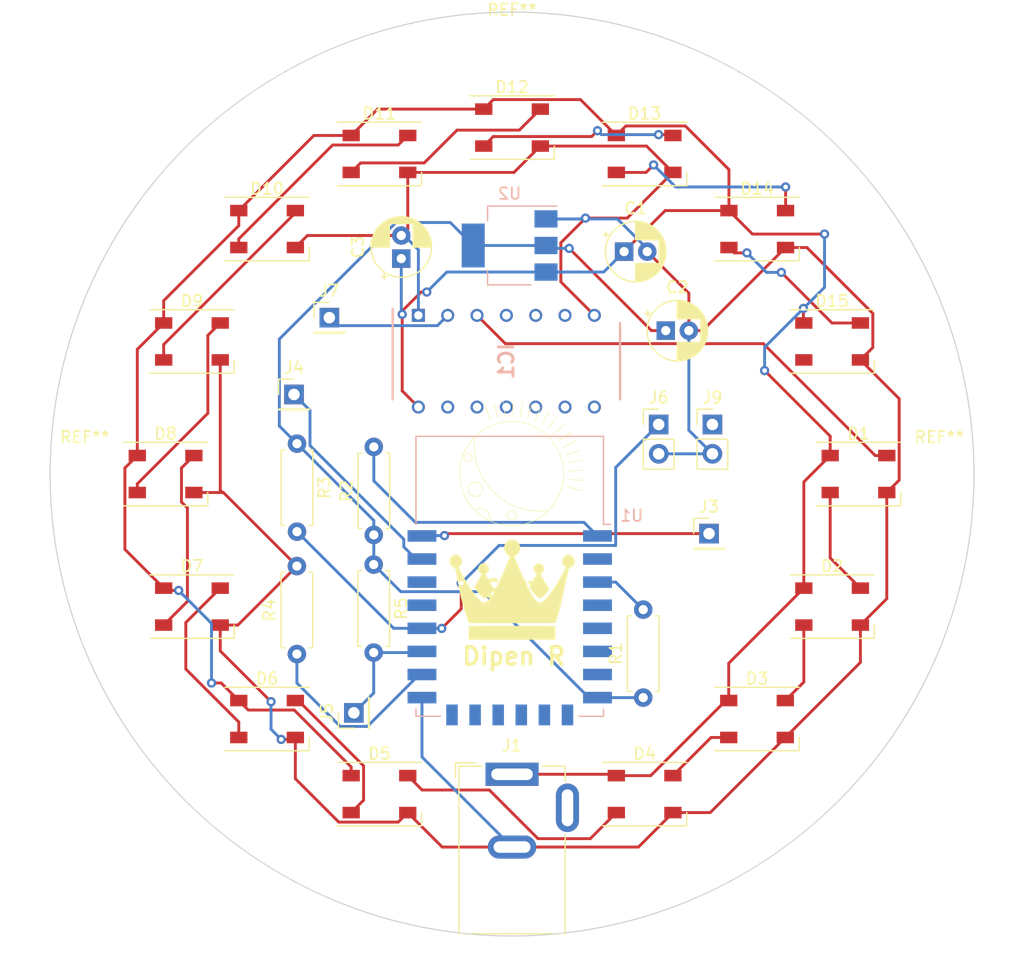
<source format=kicad_pcb>
(kicad_pcb (version 20240108) (generator "pcbnew") (generator_version "8.0")
  (layers (0 "F.Cu" signal) (31 "B.Cu" signal) (34 "B.Paste" user) (35 "F.Paste" user) (36 "B.SilkS" user "B.Silkscreen") (37 "F.SilkS" user "F.Silkscreen") (38 "B.Mask" user) (39 "F.Mask" user) (44 "Edge.Cuts" user))
  (net 0 "")
  (net 1 "VCC")
  (net 2 "GND")
  (net 3 "3.3V")
  (net 4 "DataO{slash}P")
  (net 5 "Net-(D1-Pad4)")
  (net 6 "Net-(D2-Pad4)")
  (net 7 "Net-(D3-Pad4)")
  (net 8 "Net-(D8-Pad4)")
  (net 9 "Net-(D10-Pad4)")
  (net 10 "Net-(D11-Pad4)")
  (net 11 "Net-(D12-Pad4)")
  (net 12 "Net-(D13-Pad4)")
  (net 13 "Net-(D14-Pad4)")
  (net 14 "Net-(J3-Pad1)")
  (net 15 "Net-(J4-Pad1)")
  (net 16 "Net-(J5-Pad1)")
  (net 17 "GPIO0")
  (net 18 "DataI{slash}P")
  (net 20 "Net-(J8-Pad4)")
  (net 21 "Net-(R1-Pad2)")
  (net 22 "Net-(R2-Pad2)")
  (net 23 "Net-(R4-Pad1)")
  (net 46 "Net-(D4-Pad4)")
  (net 47 "Net-(D5-Pad4)")
  (net 48 "Net-(D6-Pad4)")
  (net 49 "Net-(D7-Pad4)")
  (net 50 "Net-(D10-Pad2)")
  (footprint "Capacitor_THT:CP_Radial_D5.0mm_P2.00mm" (layer "F.Cu") (at 102.77 54.2464)
    (property "Reference" "C2" (at 1 -3.75 0) (layer "F.SilkS"))
    (property "Value" "10uF")
    (pad "1" thru_hole rect (at 0 0) (size 1.6 1.6) (drill 0.8) (layers "*.Cu" "*.Mask") (net 3 "3.3V"))
    (pad "2" thru_hole circle (at 2 0) (size 1.6 1.6) (drill 0.8) (layers "*.Cu" "*.Mask") (net 2 "GND"))
  )
  (footprint "Connector_PinHeader_2.54mm:PinHeader_1x01_P2.54mm_Vertical" (layer "F.Cu") (at 75.76 87.3464 90)
    (property "Reference" "J5" (at 0 -2.33 90) (layer "F.SilkS"))
    (property "Value" "IO2")
    (pad "1" thru_hole rect (at 0 0 90) (size 1.7 1.7) (drill 1) (layers "*.Cu" "*.Mask") (net 16 "Net-(J5-Pad1)"))
  )
  (footprint "LED_SMD:LED_SK6812_PLCC4_5.0x5.0mm_P3.2mm" (layer "F.Cu") (at 110.6732 87.8796)
    (property "Reference" "D3" (at 0 -3.5 0) (layer "F.SilkS"))
    (property "Value" "SK6812")
    (pad "1" smd rect (at 2.45 1.6) (size 1.5 1) (layers "F.Cu" "F.Paste" "F.Mask") (net 2 "GND"))
    (pad "2" smd rect (at 2.45 -1.6) (size 1.5 1) (layers "F.Cu" "F.Paste" "F.Mask") (net 6 "Net-(D2-Pad4)"))
    (pad "3" smd rect (at -2.45 -1.6) (size 1.5 1) (layers "F.Cu" "F.Paste" "F.Mask") (net 1 "VCC"))
    (pad "4" smd rect (at -2.45 1.6) (size 1.5 1) (layers "F.Cu" "F.Paste" "F.Mask") (net 7 "Net-(D3-Pad4)"))
  )
  (footprint "LED_SMD:LED_SK6812_PLCC4_5.0x5.0mm_P3.2mm" (layer "F.Cu") (at 100.9405 38.95)
    (property "Reference" "D13" (at 0 -3.5 0) (layer "F.SilkS"))
    (property "Value" "SK6812")
    (pad "1" smd rect (at 2.45 1.6) (size 1.5 1) (layers "F.Cu" "F.Paste" "F.Mask") (net 2 "GND"))
    (pad "2" smd rect (at 2.45 -1.6) (size 1.5 1) (layers "F.Cu" "F.Paste" "F.Mask") (net 11 "Net-(D12-Pad4)"))
    (pad "3" smd rect (at -2.45 -1.6) (size 1.5 1) (layers "F.Cu" "F.Paste" "F.Mask") (net 1 "VCC"))
    (pad "4" smd rect (at -2.45 1.6) (size 1.5 1) (layers "F.Cu" "F.Paste" "F.Mask") (net 12 "Net-(D13-Pad4)"))
  )
  (footprint "LED_SMD:LED_SK6812_PLCC4_5.0x5.0mm_P3.2mm" (layer "F.Cu") (at 68.2468 87.8796)
    (property "Reference" "D6" (at 0 -3.5 0) (layer "F.SilkS"))
    (property "Value" "SK6812")
    (pad "1" smd rect (at 2.45 1.6) (size 1.5 1) (layers "F.Cu" "F.Paste" "F.Mask") (net 2 "GND"))
    (pad "2" smd rect (at 2.45 -1.6) (size 1.5 1) (layers "F.Cu" "F.Paste" "F.Mask") (net 47 "Net-(D5-Pad4)"))
    (pad "3" smd rect (at -2.45 -1.6) (size 1.5 1) (layers "F.Cu" "F.Paste" "F.Mask") (net 1 "VCC"))
    (pad "4" smd rect (at -2.45 1.6) (size 1.5 1) (layers "F.Cu" "F.Paste" "F.Mask") (net 48 "Net-(D6-Pad4)"))
  )
  (footprint "Resistor_THT:R_Axial_DIN0207_L6.3mm_D2.5mm_P7.62mm_Horizontal" (layer "F.Cu") (at 70.84 64.0364 -90)
    (property "Reference" "R3" (at 3.81 -2.37 90) (layer "F.SilkS"))
    (property "Value" "10K")
    (pad "1" thru_hole circle (at 0 0 270) (size 1.6 1.6) (drill 0.8) (layers "*.Cu" "*.Mask") (net 3 "3.3V"))
    (pad "2" thru_hole oval (at 7.62 0 270) (size 1.6 1.6) (drill 0.8) (layers "*.Cu" "*.Mask") (net 17 "GPIO0"))
  )
  (footprint "ModdedCrown:12x9.8_crown" (layer "F.Cu") (at 89.46 76.6664)
    (property "Reference" "G***" (at 0 0 0) (layer "F.SilkS") (effects (font (size 1.524 1.524) (thickness 0.3))))
    (property "Value" "LOGO" (hide yes))
  )
  (footprint "Resistor_THT:R_Axial_DIN0207_L6.3mm_D2.5mm_P7.62mm_Horizontal" (layer "F.Cu") (at 77.48 74.5064 -90)
    (property "Reference" "R5" (at 3.81 -2.37 90) (layer "F.SilkS"))
    (property "Value" "10K")
    (pad "1" thru_hole circle (at 0 0 270) (size 1.6 1.6) (drill 0.8) (layers "*.Cu" "*.Mask") (net 3 "3.3V"))
    (pad "2" thru_hole oval (at 7.62 0 270) (size 1.6 1.6) (drill 0.8) (layers "*.Cu" "*.Mask") (net 16 "Net-(J5-Pad1)"))
  )
  (footprint "Resistor_THT:R_Axial_DIN0207_L6.3mm_D2.5mm_P7.62mm_Horizontal" (layer "F.Cu") (at 77.49 71.9364 90)
    (property "Reference" "R2" (at 3.81 -2.37 90) (layer "F.SilkS"))
    (property "Value" "10K")
    (pad "1" thru_hole circle (at 0 0 90) (size 1.6 1.6) (drill 0.8) (layers "*.Cu" "*.Mask") (net 3 "3.3V"))
    (pad "2" thru_hole oval (at 7.62 0 90) (size 1.6 1.6) (drill 0.8) (layers "*.Cu" "*.Mask") (net 22 "Net-(R2-Pad2)"))
  )
  (footprint "ModdedCrown:SunAndMoon_15x15" (layer "F.Cu") (at 89.46 66.6664)
    (property "Reference" "G***" (hide yes))
    (property "Value" "LOGO" (hide yes))
  )
  (footprint "LED_SMD:LED_SK6812_PLCC4_5.0x5.0mm_P3.2mm" (layer "F.Cu") (at 117.1764 78.1469)
    (property "Reference" "D2" (at 0 -3.5 0) (layer "F.SilkS"))
    (property "Value" "SK6812")
    (pad "1" smd rect (at 2.45 1.6) (size 1.5 1) (layers "F.Cu" "F.Paste" "F.Mask") (net 2 "GND"))
    (pad "2" smd rect (at 2.45 -1.6) (size 1.5 1) (layers "F.Cu" "F.Paste" "F.Mask") (net 5 "Net-(D1-Pad4)"))
    (pad "3" smd rect (at -2.45 -1.6) (size 1.5 1) (layers "F.Cu" "F.Paste" "F.Mask") (net 1 "VCC"))
    (pad "4" smd rect (at -2.45 1.6) (size 1.5 1) (layers "F.Cu" "F.Paste" "F.Mask") (net 6 "Net-(D2-Pad4)"))
  )
  (footprint "MountingHole:MountingHole_2mm" (layer "F.Cu") (at 52.46 66.6664)
    (property "Reference" "REF**" (at 0 -3.2 0) (layer "F.SilkS"))
    (property "Value" "MountingHole_2mm")
    (pad "" np_thru_hole circle (at 0 0) (size 2 2) (drill 2) (layers "*.Cu" "*.Mask"))
  )
  (footprint "MountingHole:MountingHole_2mm" (layer "F.Cu") (at 89.46 29.6664)
    (property "Reference" "REF**" (at 0 -3.2 0) (layer "F.SilkS"))
    (property "Value" "MountingHole_2mm")
    (pad "" np_thru_hole circle (at 0 0) (size 2 2) (drill 2) (layers "*.Cu" "*.Mask"))
  )
  (footprint "LED_SMD:LED_SK6812_PLCC4_5.0x5.0mm_P3.2mm" (layer "F.Cu") (at 68.2468 45.4532)
    (property "Reference" "D10" (at 0 -3.5 0) (layer "F.SilkS"))
    (property "Value" "SK6812")
    (pad "1" smd rect (at 2.45 1.6) (size 1.5 1) (layers "F.Cu" "F.Paste" "F.Mask") (net 2 "GND"))
    (pad "2" smd rect (at 2.45 -1.6) (size 1.5 1) (layers "F.Cu" "F.Paste" "F.Mask") (net 50 "Net-(D10-Pad2)"))
    (pad "3" smd rect (at -2.45 -1.6) (size 1.5 1) (layers "F.Cu" "F.Paste" "F.Mask") (net 1 "VCC"))
    (pad "4" smd rect (at -2.45 1.6) (size 1.5 1) (layers "F.Cu" "F.Paste" "F.Mask") (net 9 "Net-(D10-Pad4)"))
  )
  (footprint "Resistor_THT:R_Axial_DIN0207_L6.3mm_D2.5mm_P7.62mm_Horizontal" (layer "F.Cu") (at 70.83 82.2564 90)
    (property "Reference" "R4" (at 3.81 -2.37 90) (layer "F.SilkS"))
    (property "Value" "10K")
    (pad "1" thru_hole circle (at 0 0 90) (size 1.6 1.6) (drill 0.8) (layers "*.Cu" "*.Mask") (net 23 "Net-(R4-Pad1)"))
    (pad "2" thru_hole oval (at 7.62 0 90) (size 1.6 1.6) (drill 0.8) (layers "*.Cu" "*.Mask") (net 2 "GND"))
  )
  (footprint "LED_SMD:LED_SK6812_PLCC4_5.0x5.0mm_P3.2mm" (layer "F.Cu") (at 110.692 45.4532)
    (property "Reference" "D14" (at 0 -3.5 0) (layer "F.SilkS"))
    (property "Value" "SK6812")
    (pad "1" smd rect (at 2.45 1.6) (size 1.5 1) (layers "F.Cu" "F.Paste" "F.Mask") (net 2 "GND"))
    (pad "2" smd rect (at 2.45 -1.6) (size 1.5 1) (layers "F.Cu" "F.Paste" "F.Mask") (net 12 "Net-(D13-Pad4)"))
    (pad "3" smd rect (at -2.45 -1.6) (size 1.5 1) (layers "F.Cu" "F.Paste" "F.Mask") (net 1 "VCC"))
    (pad "4" smd rect (at -2.45 1.6) (size 1.5 1) (layers "F.Cu" "F.Paste" "F.Mask") (net 13 "Net-(D14-Pad4)"))
  )
  (footprint "MountingHole:MountingHole_2mm" (layer "F.Cu") (at 126.46 66.6664)
    (property "Reference" "REF**" (at 0 -3.2 0) (layer "F.SilkS"))
    (property "Value" "MountingHole_2mm")
    (pad "" np_thru_hole circle (at 0 0) (size 2 2) (drill 2) (layers "*.Cu" "*.Mask"))
  )
  (footprint "LED_SMD:LED_SK6812_PLCC4_5.0x5.0mm_P3.2mm" (layer "F.Cu") (at 119.46 66.6664)
    (property "Reference" "D1" (at 0 -3.5 0) (layer "F.SilkS"))
    (property "Value" "SK6812")
    (pad "1" smd rect (at 2.45 1.6) (size 1.5 1) (layers "F.Cu" "F.Paste" "F.Mask") (net 2 "GND"))
    (pad "2" smd rect (at 2.45 -1.6) (size 1.5 1) (layers "F.Cu" "F.Paste" "F.Mask") (net 4 "DataO{slash}P"))
    (pad "3" smd rect (at -2.45 -1.6) (size 1.5 1) (layers "F.Cu" "F.Paste" "F.Mask") (net 1 "VCC"))
    (pad "4" smd rect (at -2.45 1.6) (size 1.5 1) (layers "F.Cu" "F.Paste" "F.Mask") (net 5 "Net-(D1-Pad4)"))
  )
  (footprint "Connector_PinHeader_2.54mm:PinHeader_1x02_P2.54mm_Vertical" (layer "F.Cu") (at 106.81 62.3764)
    (property "Reference" "J9" (at 0 -2.33 0) (layer "F.SilkS"))
    (property "Value" "Conn_01x02_Male")
    (pad "1" thru_hole rect (at 0 0) (size 1.7 1.7) (drill 1) (layers "*.Cu" "*.Mask") (net 20 "Net-(J8-Pad4)"))
    (pad "2" thru_hole oval (at 0 2.54) (size 1.7 1.7) (drill 1) (layers "*.Cu" "*.Mask") (net 2 "GND"))
  )
  (footprint "Capacitor_THT:CP_Radial_D5.0mm_P2.00mm" (layer "F.Cu") (at 99.164888 47.4064)
    (property "Reference" "C1" (at 1 -3.75 0) (layer "F.SilkS"))
    (property "Value" "10uF")
    (pad "1" thru_hole rect (at 0 0) (size 1.6 1.6) (drill 0.8) (layers "*.Cu" "*.Mask") (net 1 "VCC"))
    (pad "2" thru_hole circle (at 2 0) (size 1.6 1.6) (drill 0.8) (layers "*.Cu" "*.Mask") (net 2 "GND"))
  )
  (footprint "LED_SMD:LED_SK6812_PLCC4_5.0x5.0mm_P3.2mm" (layer "F.Cu") (at 59.46 66.6664)
    (property "Reference" "D8" (at 0 -3.5 0) (layer "F.SilkS"))
    (property "Value" "SK6812")
    (pad "1" smd rect (at 2.45 1.6) (size 1.5 1) (layers "F.Cu" "F.Paste" "F.Mask") (net 2 "GND"))
    (pad "2" smd rect (at 2.45 -1.6) (size 1.5 1) (layers "F.Cu" "F.Paste" "F.Mask") (net 49 "Net-(D7-Pad4)"))
    (pad "3" smd rect (at -2.45 -1.6) (size 1.5 1) (layers "F.Cu" "F.Paste" "F.Mask") (net 1 "VCC"))
    (pad "4" smd rect (at -2.45 1.6) (size 1.5 1) (layers "F.Cu" "F.Paste" "F.Mask") (net 8 "Net-(D8-Pad4)"))
  )
  (footprint "LED_SMD:LED_SK6812_PLCC4_5.0x5.0mm_P3.2mm" (layer "F.Cu") (at 61.7436 55.1859)
    (property "Reference" "D9" (at 0 -3.5 0) (layer "F.SilkS"))
    (property "Value" "SK6812")
    (pad "1" smd rect (at 2.45 1.6) (size 1.5 1) (layers "F.Cu" "F.Paste" "F.Mask") (net 2 "GND"))
    (pad "2" smd rect (at 2.45 -1.6) (size 1.5 1) (layers "F.Cu" "F.Paste" "F.Mask") (net 8 "Net-(D8-Pad4)"))
    (pad "3" smd rect (at -2.45 -1.6) (size 1.5 1) (layers "F.Cu" "F.Paste" "F.Mask") (net 1 "VCC"))
    (pad "4" smd rect (at -2.45 1.6) (size 1.5 1) (layers "F.Cu" "F.Paste" "F.Mask") (net 50 "Net-(D10-Pad2)"))
  )
  (footprint "LED_SMD:LED_SK6812_PLCC4_5.0x5.0mm_P3.2mm" (layer "F.Cu") (at 77.9795 94.3828)
    (property "Reference" "D5" (at 0 -3.5 0) (layer "F.SilkS"))
    (property "Value" "SK6812")
    (pad "1" smd rect (at 2.45 1.6) (size 1.5 1) (layers "F.Cu" "F.Paste" "F.Mask") (net 2 "GND"))
    (pad "2" smd rect (at 2.45 -1.6) (size 1.5 1) (layers "F.Cu" "F.Paste" "F.Mask") (net 46 "Net-(D4-Pad4)"))
    (pad "3" smd rect (at -2.45 -1.6) (size 1.5 1) (layers "F.Cu" "F.Paste" "F.Mask") (net 1 "VCC"))
    (pad "4" smd rect (at -2.45 1.6) (size 1.5 1) (layers "F.Cu" "F.Paste" "F.Mask") (net 47 "Net-(D5-Pad4)"))
  )
  (footprint "Connector_PinHeader_2.54mm:PinHeader_1x01_P2.54mm_Vertical" (layer "F.Cu") (at 73.64 53.1264)
    (property "Reference" "J7" (at 0 -2.33 0) (layer "F.SilkS"))
    (property "Value" "DataI/P")
    (pad "1" thru_hole rect (at 0 0) (size 1.7 1.7) (drill 1) (layers "*.Cu" "*.Mask") (net 18 "DataI{slash}P"))
  )
  (footprint "Connector_PinHeader_2.54mm:PinHeader_1x01_P2.54mm_Vertical" (layer "F.Cu") (at 106.52 71.8264)
    (property "Reference" "J3" (at 0 -2.33 0) (layer "F.SilkS"))
    (property "Value" "IO1")
    (pad "1" thru_hole rect (at 0 0) (size 1.7 1.7) (drill 1) (layers "*.Cu" "*.Mask") (net 14 "Net-(J3-Pad1)"))
  )
  (footprint "Connector_PinHeader_2.54mm:PinHeader_1x02_P2.54mm_Vertical" (layer "F.Cu") (at 102.16 62.3764)
    (property "Reference" "J6" (at 0 -2.33 0) (layer "F.SilkS"))
    (property "Value" "Conn_01x02_Male")
    (pad "1" thru_hole rect (at 0 0) (size 1.7 1.7) (drill 1) (layers "*.Cu" "*.Mask") (net 17 "GPIO0"))
    (pad "2" thru_hole oval (at 0 2.54) (size 1.7 1.7) (drill 1) (layers "*.Cu" "*.Mask") (net 2 "GND"))
  )
  (footprint "Connector_PinHeader_2.54mm:PinHeader_1x01_P2.54mm_Vertical" (layer "F.Cu") (at 70.58 59.7764)
    (property "Reference" "J4" (at 0 -2.33 0) (layer "F.SilkS"))
    (property "Value" "IO3")
    (pad "1" thru_hole rect (at 0 0) (size 1.7 1.7) (drill 1) (layers "*.Cu" "*.Mask") (net 15 "Net-(J4-Pad1)"))
  )
  (footprint "LED_SMD:LED_SK6812_PLCC4_5.0x5.0mm_P3.2mm" (layer "F.Cu") (at 61.7436 78.1469)
    (property "Reference" "D7" (at 0 -3.5 0) (layer "F.SilkS"))
    (property "Value" "SK6812")
    (pad "1" smd rect (at 2.45 1.6) (size 1.5 1) (layers "F.Cu" "F.Paste" "F.Mask") (net 2 "GND"))
    (pad "2" smd rect (at 2.45 -1.6) (size 1.5 1) (layers "F.Cu" "F.Paste" "F.Mask") (net 48 "Net-(D6-Pad4)"))
    (pad "3" smd rect (at -2.45 -1.6) (size 1.5 1) (layers "F.Cu" "F.Paste" "F.Mask") (net 1 "VCC"))
    (pad "4" smd rect (at -2.45 1.6) (size 1.5 1) (layers "F.Cu" "F.Paste" "F.Mask") (net 49 "Net-(D7-Pad4)"))
  )
  (footprint "LED_SMD:LED_SK6812_PLCC4_5.0x5.0mm_P3.2mm" (layer "F.Cu") (at 77.9795 38.95)
    (property "Reference" "D11" (at 0 -3.5 0) (layer "F.SilkS"))
    (property "Value" "SK6812")
    (pad "1" smd rect (at 2.45 1.6) (size 1.5 1) (layers "F.Cu" "F.Paste" "F.Mask") (net 2 "GND"))
    (pad "2" smd rect (at 2.45 -1.6) (size 1.5 1) (layers "F.Cu" "F.Paste" "F.Mask") (net 9 "Net-(D10-Pad4)"))
    (pad "3" smd rect (at -2.45 -1.6) (size 1.5 1) (layers "F.Cu" "F.Paste" "F.Mask") (net 1 "VCC"))
    (pad "4" smd rect (at -2.45 1.6) (size 1.5 1) (layers "F.Cu" "F.Paste" "F.Mask") (net 10 "Net-(D11-Pad4)"))
  )
  (footprint "LED_SMD:LED_SK6812_PLCC4_5.0x5.0mm_P3.2mm" (layer "F.Cu") (at 117.1764 55.1859)
    (property "Reference" "D15" (at 0 -3.5 0) (layer "F.SilkS"))
    (property "Value" "SK6812")
    (pad "1" smd rect (at 2.45 1.6) (size 1.5 1) (layers "F.Cu" "F.Paste" "F.Mask") (net 2 "GND"))
    (pad "2" smd rect (at 2.45 -1.6) (size 1.5 1) (layers "F.Cu" "F.Paste" "F.Mask") (net 13 "Net-(D14-Pad4)"))
    (pad "3" smd rect (at -2.45 -1.6) (size 1.5 1) (layers "F.Cu" "F.Paste" "F.Mask") (net 1 "VCC"))
    (pad "4" smd rect (at -2.45 1.6) (size 1.5 1) (layers "F.Cu" "F.Paste" "F.Mask"))
  )
  (footprint "LED_SMD:LED_SK6812_PLCC4_5.0x5.0mm_P3.2mm" (layer "F.Cu") (at 89.46 36.6664)
    (property "Reference" "D12" (at 0 -3.5 0) (layer "F.SilkS"))
    (property "Value" "SK6812")
    (pad "1" smd rect (at 2.45 1.6) (size 1.5 1) (layers "F.Cu" "F.Paste" "F.Mask") (net 2 "GND"))
    (pad "2" smd rect (at 2.45 -1.6) (size 1.5 1) (layers "F.Cu" "F.Paste" "F.Mask") (net 10 "Net-(D11-Pad4)"))
    (pad "3" smd rect (at -2.45 -1.6) (size 1.5 1) (layers "F.Cu" "F.Paste" "F.Mask") (net 1 "VCC"))
    (pad "4" smd rect (at -2.45 1.6) (size 1.5 1) (layers "F.Cu" "F.Paste" "F.Mask") (net 11 "Net-(D12-Pad4)"))
  )
  (footprint "Capacitor_THT:CP_Radial_D5.0mm_P2.00mm" (layer "F.Cu") (at 79.87 48.011512 90)
    (property "Reference" "C3" (at 1 -3.75 90) (layer "F.SilkS"))
    (property "Value" "10 uF")
    (pad "1" thru_hole rect (at 0 0 90) (size 1.6 1.6) (drill 0.8) (layers "*.Cu" "*.Mask") (net 1 "VCC"))
    (pad "2" thru_hole circle (at 2 0 90) (size 1.6 1.6) (drill 0.8) (layers "*.Cu" "*.Mask") (net 2 "GND"))
  )
  (footprint "Resistor_THT:R_Axial_DIN0207_L6.3mm_D2.5mm_P7.62mm_Horizontal" (layer "F.Cu") (at 100.82 86.0264 90)
    (property "Reference" "R1" (at 3.81 -2.37 90) (layer "F.SilkS"))
    (property "Value" "10K")
    (pad "1" thru_hole circle (at 0 0 90) (size 1.6 1.6) (drill 0.8) (layers "*.Cu" "*.Mask") (net 3 "3.3V"))
    (pad "2" thru_hole oval (at 7.62 0 90) (size 1.6 1.6) (drill 0.8) (layers "*.Cu" "*.Mask") (net 21 "Net-(R1-Pad2)"))
  )
  (footprint "Connector_BarrelJack:BarrelJack_GCT_DCJ200-10-A_Horizontal" (layer "F.Cu") (at 89.46 92.6664)
    (property "Reference" "J1" (at 0 -2.5 0) (layer "F.SilkS"))
    (property "Value" "Barrel_Jack")
    (pad "1" thru_hole rect (at 0 0) (size 4.6 2) (drill oval 3.6 1) (layers "*.Cu" "*.Mask") (net 1 "VCC"))
    (pad "2" thru_hole oval (at 0 6.3) (size 4.2 2) (drill oval 3.2 1) (layers "*.Cu" "*.Mask") (net 2 "GND"))
    (pad "3" thru_hole oval (at 4.8 2.9) (size 2 4.2) (drill oval 1 3.2) (layers "*.Cu" "*.Mask"))
  )
  (footprint "LED_SMD:LED_SK6812_PLCC4_5.0x5.0mm_P3.2mm" (layer "F.Cu") (at 100.9405 94.3828)
    (property "Reference" "D4" (at 0 -3.5 0) (layer "F.SilkS"))
    (property "Value" "SK6812")
    (pad "1" smd rect (at 2.45 1.6) (size 1.5 1) (layers "F.Cu" "F.Paste" "F.Mask") (net 2 "GND"))
    (pad "2" smd rect (at 2.45 -1.6) (size 1.5 1) (layers "F.Cu" "F.Paste" "F.Mask") (net 7 "Net-(D3-Pad4)"))
    (pad "3" smd rect (at -2.45 -1.6) (size 1.5 1) (layers "F.Cu" "F.Paste" "F.Mask") (net 1 "VCC"))
    (pad "4" smd rect (at -2.45 1.6) (size 1.5 1) (layers "F.Cu" "F.Paste" "F.Mask") (net 46 "Net-(D4-Pad4)"))
  )
  (footprint "RF_Module:ESP-12E" (layer "B.Cu") (at 89.26 75.5264 180)
    (property "Reference" "U1" (at -10.56 5.26 0) (layer "B.SilkS") (effects (justify mirror)))
    (property "Value" "ESP-12E")
    (pad "1" smd rect (at -7.6 3.5 180) (size 2.5 1) (layers "B.Cu" "B.Paste" "B.Mask") (net 22 "Net-(R2-Pad2)"))
    (pad "2" smd rect (at -7.6 1.5 180) (size 2.5 1) (layers "B.Cu" "B.Paste" "B.Mask"))
    (pad "3" smd rect (at -7.6 -0.5 180) (size 2.5 1) (layers "B.Cu" "B.Paste" "B.Mask") (net 21 "Net-(R1-Pad2)"))
    (pad "4" smd rect (at -7.6 -2.5 180) (size 2.5 1) (layers "B.Cu" "B.Paste" "B.Mask"))
    (pad "5" smd rect (at -7.6 -4.5 180) (size 2.5 1) (layers "B.Cu" "B.Paste" "B.Mask"))
    (pad "6" smd rect (at -7.6 -6.5 180) (size 2.5 1) (layers "B.Cu" "B.Paste" "B.Mask"))
    (pad "7" smd rect (at -7.6 -8.5 180) (size 2.5 1) (layers "B.Cu" "B.Paste" "B.Mask"))
    (pad "8" smd rect (at -7.6 -10.5 180) (size 2.5 1) (layers "B.Cu" "B.Paste" "B.Mask") (net 3 "3.3V"))
    (pad "9" smd rect (at -5 -12 180) (size 1 1.8) (layers "B.Cu" "B.Paste" "B.Mask"))
    (pad "10" smd rect (at -3 -12 180) (size 1 1.8) (layers "B.Cu" "B.Paste" "B.Mask"))
    (pad "11" smd rect (at -1 -12 180) (size 1 1.8) (layers "B.Cu" "B.Paste" "B.Mask"))
    (pad "12" smd rect (at 1 -12 180) (size 1 1.8) (layers "B.Cu" "B.Paste" "B.Mask"))
    (pad "13" smd rect (at 3 -12 180) (size 1 1.8) (layers "B.Cu" "B.Paste" "B.Mask"))
    (pad "14" smd rect (at 5 -12 180) (size 1 1.8) (layers "B.Cu" "B.Paste" "B.Mask"))
    (pad "15" smd rect (at 7.6 -10.5 180) (size 2.5 1) (layers "B.Cu" "B.Paste" "B.Mask") (net 2 "GND"))
    (pad "16" smd rect (at 7.6 -8.5 180) (size 2.5 1) (layers "B.Cu" "B.Paste" "B.Mask") (net 23 "Net-(R4-Pad1)"))
    (pad "17" smd rect (at 7.6 -6.5 180) (size 2.5 1) (layers "B.Cu" "B.Paste" "B.Mask") (net 16 "Net-(J5-Pad1)"))
    (pad "18" smd rect (at 7.6 -4.5 180) (size 2.5 1) (layers "B.Cu" "B.Paste" "B.Mask") (net 17 "GPIO0"))
    (pad "19" smd rect (at 7.6 -2.5 180) (size 2.5 1) (layers "B.Cu" "B.Paste" "B.Mask"))
    (pad "20" smd rect (at 7.6 -0.5 180) (size 2.5 1) (layers "B.Cu" "B.Paste" "B.Mask"))
    (pad "21" smd rect (at 7.6 1.5 180) (size 2.5 1) (layers "B.Cu" "B.Paste" "B.Mask") (net 15 "Net-(J4-Pad1)"))
    (pad "22" smd rect (at 7.6 3.5 180) (size 2.5 1) (layers "B.Cu" "B.Paste" "B.Mask") (net 14 "Net-(J3-Pad1)"))
  )
  (footprint "74HC125:DIP794W53P254L1930H508Q14N" (layer "B.Cu") (at 88.97 56.8964 -90)
    (property "Reference" "IC1" (at 0 0 90) (layer "B.SilkS") (effects (font (size 1.27 1.27) (thickness 0.254)) (justify mirror)))
    (property "Value" "SN74AHCT125N" (hide yes))
    (pad "1" thru_hole rect (at -3.97 7.62 270) (size 1.13 1.13) (drill 0.73) (layers "*.Cu" "*.Mask") (net 2 "GND"))
    (pad "2" thru_hole circle (at -3.97 5.08 270) (size 1.13 1.13) (drill 0.73) (layers "*.Cu" "*.Mask") (net 18 "DataI{slash}P"))
    (pad "3" thru_hole circle (at -3.97 2.54 270) (size 1.13 1.13) (drill 0.73) (layers "*.Cu" "*.Mask") (net 4 "DataO{slash}P"))
    (pad "4" thru_hole circle (at -3.97 0 270) (size 1.13 1.13) (drill 0.73) (layers "*.Cu" "*.Mask"))
    (pad "5" thru_hole circle (at -3.97 -2.54 270) (size 1.13 1.13) (drill 0.73) (layers "*.Cu" "*.Mask"))
    (pad "6" thru_hole circle (at -3.97 -5.08 270) (size 1.13 1.13) (drill 0.73) (layers "*.Cu" "*.Mask"))
    (pad "7" thru_hole circle (at -3.97 -7.62 270) (size 1.13 1.13) (drill 0.73) (layers "*.Cu" "*.Mask") (net 2 "GND"))
    (pad "8" thru_hole circle (at 3.97 -7.62 270) (size 1.13 1.13) (drill 0.73) (layers "*.Cu" "*.Mask"))
    (pad "9" thru_hole circle (at 3.97 -5.08 270) (size 1.13 1.13) (drill 0.73) (layers "*.Cu" "*.Mask"))
    (pad "10" thru_hole circle (at 3.97 -2.54 270) (size 1.13 1.13) (drill 0.73) (layers "*.Cu" "*.Mask"))
    (pad "11" thru_hole circle (at 3.97 0 270) (size 1.13 1.13) (drill 0.73) (layers "*.Cu" "*.Mask"))
    (pad "12" thru_hole circle (at 3.97 2.54 270) (size 1.13 1.13) (drill 0.73) (layers "*.Cu" "*.Mask"))
    (pad "13" thru_hole circle (at 3.97 5.08 270) (size 1.13 1.13) (drill 0.73) (layers "*.Cu" "*.Mask"))
    (pad "14" thru_hole circle (at 3.97 7.62 270) (size 1.13 1.13) (drill 0.73) (layers "*.Cu" "*.Mask") (net 1 "VCC"))
  )
  (footprint "Package_TO_SOT_SMD:SOT-223-3_TabPin2" (layer "B.Cu") (at 89.25 46.8764 180)
    (property "Reference" "U2" (at 0 4.5 0) (layer "B.SilkS") (effects (justify mirror)))
    (property "Value" "AMS1117-3.3")
    (pad "1" smd rect (at -3.15 2.3 180) (size 2 1.5) (layers "B.Cu" "B.Paste" "B.Mask") (net 2 "GND"))
    (pad "2" smd rect (at -3.15 0 180) (size 2 1.5) (layers "B.Cu" "B.Paste" "B.Mask") (net 3 "3.3V"))
    (pad "2" smd rect (at 3.15 0 180) (size 2 3.8) (layers "B.Cu" "B.Paste" "B.Mask") (net 3 "3.3V"))
    (pad "3" smd rect (at -3.15 -2.3 180) (size 2 1.5) (layers "B.Cu" "B.Paste" "B.Mask") (net 1 "VCC"))
  )
  (gr_circle (center 89.46 66.6664) (end 129.46 66.6664) (stroke (width 0.1)) (fill none) (layer "Edge.Cuts"))
  (gr_text "Dipen R" (at 89.62 82.4464 0) (layer "F.SilkS") (effects (font (size 1.5 1.5) (thickness 0.3))))
  (segment (start 60.59 76.7464) (end 59.4931 76.7464) (width 0.25) (layer "F.Cu") (net 1))
  (segment (start 104.465011 36.525489) (end 99.315011 36.525489) (width 0.25) (layer "F.Cu") (net 1))
  (segment (start 110.2752 45.8864) (end 116.52 45.8864) (width 0.25) (layer "F.Cu") (net 1))
  (segment (start 81.590978 50.9064) (end 79.95 52.547378) (width 0.25) (layer "F.Cu") (net 1))
  (segment (start 102.718088 43.8532) (end 108.242 43.8532) (width 0.25) (layer "F.Cu") (net 1))
  (segment (start 108.242 43.8532) (end 110.2752 45.8864) (width 0.25) (layer "F.Cu") (net 1))
  (segment (start 75.5295 92.0328) (end 70.600811 87.104111) (width 0.25) (layer "F.Cu") (net 1))
  (segment (start 99.164888 47.4064) (end 102.718088 43.8532) (width 0.25) (layer "F.Cu") (net 1))
  (segment (start 101.47 92.7828) (end 98.4905 92.7828) (width 0.25) (layer "F.Cu") (net 1))
  (segment (start 108.2232 86.2796) (end 107.9732 86.2796) (width 0.25) (layer "F.Cu") (net 1))
  (segment (start 72.3 37.35) (end 75.5295 37.35) (width 0.25) (layer "F.Cu") (net 1))
  (segment (start 79.95 52.547378) (end 79.95 52.8364) (width 0.25) (layer "F.Cu") (net 1))
  (segment (start 117.01 65.0664) (end 117.01 63.3864) (width 0.25) (layer "F.Cu") (net 1))
  (segment (start 79.95 52.8364) (end 79.95 59.4664) (width 0.25) (layer "F.Cu") (net 1))
  (segment (start 77.8131 35.0664) (end 87.01 35.0664) (width 0.25) (layer "F.Cu") (net 1))
  (segment (start 65.7968 86.2796) (end 64.276301 84.759101) (width 0.25) (layer "F.Cu") (net 1))
  (segment (start 79.95 59.4664) (end 81.35 60.8664) (width 0.25) (layer "F.Cu") (net 1))
  (segment (start 87.834511 34.241889) (end 95.382389 34.241889) (width 0.25) (layer "F.Cu") (net 1))
  (segment (start 95.382389 34.241889) (end 98.4905 37.35) (width 0.25) (layer "F.Cu") (net 1))
  (segment (start 65.7968 43.8532) (end 72.3 37.35) (width 0.25) (layer "F.Cu") (net 1))
  (segment (start 82.0745 50.9064) (end 81.590978 50.9064) (width 0.25) (layer "F.Cu") (net 1))
  (segment (start 107.9732 86.2796) (end 101.47 92.7828) (width 0.25) (layer "F.Cu") (net 1))
  (segment (start 114.7264 67.35) (end 114.7264 76.5469) (width 0.25) (layer "F.Cu") (net 1))
  (segment (start 57.01 65.0664) (end 57.01 55.8695) (width 0.25) (layer "F.Cu") (net 1))
  (segment (start 75.5295 92.7828) (end 75.5295 92.0328) (width 0.25) (layer "F.Cu") (net 1))
  (segment (start 87.01 35.0664) (end 87.834511 34.241889) (width 0.25) (layer "F.Cu") (net 1))
  (segment (start 70.600811 87.104111) (end 66.621311 87.104111) (width 0.25) (layer "F.Cu") (net 1))
  (segment (start 59.2936 53.5859) (end 59.2936 51.657378) (width 0.25) (layer "F.Cu") (net 1))
  (segment (start 117.01 65.0664) (end 114.7264 67.35) (width 0.25) (layer "F.Cu") (net 1))
  (segment (start 65.7968 45.154178) (end 65.7968 43.8532) (width 0.25) (layer "F.Cu") (net 1))
  (segment (start 55.935489 66.140911) (end 57.01 65.0664) (width 0.25) (layer "F.Cu") (net 1))
  (segment (start 57.01 55.8695) (end 59.2936 53.5859) (width 0.25) (layer "F.Cu") (net 1))
  (segment (start 89.46 92.6664) (end 98.3741 92.6664) (width 0.25) (layer "F.Cu") (net 1))
  (segment (start 59.2936 51.657378) (end 65.7968 45.154178) (width 0.25) (layer "F.Cu") (net 1))
  (segment (start 99.315011 36.525489) (end 98.4905 37.35) (width 0.25) (layer "F.Cu") (net 1))
  (segment (start 108.242 43.8532) (end 108.242 40.302478) (width 0.25) (layer "F.Cu") (net 1))
  (segment (start 64.276301 84.759101) (end 63.437299 84.759101) (width 0.25) (layer "F.Cu") (net 1))
  (segment (start 108.242 40.302478) (end 104.465011 36.525489) (width 0.25) (layer "F.Cu") (net 1))
  (segment (start 75.5295 37.35) (end 77.8131 35.0664) (width 0.25) (layer "F.Cu") (net 1))
  (segment (start 117.01 63.3864) (end 111.33 57.7064) (width 0.25) (layer "F.Cu") (net 1))
  (segment (start 114.69 52.3264) (end 114.69 53.5495) (width 0.25) (layer "F.Cu") (net 1))
  (segment (start 66.621311 87.104111) (end 65.7968 86.2796) (width 0.25) (layer "F.Cu") (net 1))
  (segment (start 59.4931 76.7464) (end 59.2936 76.5469) (width 0.25) (layer "F.Cu") (net 1))
  (segment (start 108.2232 83.0501) (end 108.2232 86.2796) (width 0.25) (layer "F.Cu") (net 1))
  (segment (start 114.7264 76.5469) (end 108.2232 83.0501) (width 0.25) (layer "F.Cu") (net 1))
  (segment (start 114.69 53.5495) (end 114.7264 53.5859) (width 0.25) (layer "F.Cu") (net 1))
  (segment (start 98.3741 92.6664) (end 98.4905 92.7828) (width 0.25) (layer "F.Cu") (net 1))
  (segment (start 59.2936 76.5469) (end 55.935489 73.188789) (width 0.25) (layer "F.Cu") (net 1))
  (segment (start 55.935489 73.188789) (end 55.935489 66.140911) (width 0.25) (layer "F.Cu") (net 1))
  (via (at 60.59 76.7464) (size 0.8) (drill 0.4) (layers "F.Cu" "B.Cu") (net 1))
  (via (at 116.52 45.8864) (size 0.8) (drill 0.4) (layers "F.Cu" "B.Cu") (net 1))
  (via (at 82.0745 50.9064) (size 0.8) (drill 0.4) (layers "F.Cu" "B.Cu") (net 1))
  (via (at 111.33 57.7064) (size 0.8) (drill 0.4) (layers "F.Cu" "B.Cu") (net 1))
  (via (at 63.437299 84.759101) (size 0.8) (drill 0.4) (layers "F.Cu" "B.Cu") (net 1))
  (via (at 114.69 52.3264) (size 0.8) (drill 0.4) (layers "F.Cu" "B.Cu") (net 1))
  (via (at 79.95 52.8364) (size 0.8) (drill 0.4) (layers "F.Cu" "B.Cu") (net 1))
  (segment (start 111.33 55.6864) (end 114.69 52.3264) (width 0.25) (layer "B.Cu") (net 1))
  (segment (start 116.52 50.4964) (end 114.69 52.3264) (width 0.25) (layer "B.Cu") (net 1))
  (segment (start 111.33 57.7064) (end 111.33 55.6864) (width 0.25) (layer "B.Cu") (net 1))
  (segment (start 83.8045 49.1764) (end 82.0745 50.9064) (width 0.25) (layer "B.Cu") (net 1))
  (segment (start 79.87 52.7564) (end 79.95 52.8364) (width 0.25) (layer "B.Cu") (net 1))
  (segment (start 97.394888 49.1764) (end 99.164888 47.4064) (width 0.25) (layer "B.Cu") (net 1))
  (segment (start 63.437299 84.759101) (end 63.437299 79.593699) (width 0.25) (layer "B.Cu") (net 1))
  (segment (start 79.87 48.011512) (end 79.87 52.7564) (width 0.25) (layer "B.Cu") (net 1))
  (segment (start 63.437299 79.593699) (end 60.59 76.7464) (width 0.25) (layer "B.Cu") (net 1))
  (segment (start 92.4 49.1764) (end 83.8045 49.1764) (width 0.25) (layer "B.Cu") (net 1))
  (segment (start 116.52 45.8864) (end 116.52 50.4964) (width 0.25) (layer "B.Cu") (net 1))
  (segment (start 92.4 49.1764) (end 97.394888 49.1764) (width 0.25) (layer "B.Cu") (net 1))
  (segment (start 69.47 89.6464) (end 70.53 89.6464) (width 0.25) (layer "F.Cu") (net 2))
  (segment (start 120.700911 55.711389) (end 119.6264 56.7859) (width 0.25) (layer "F.Cu") (net 2))
  (segment (start 93.685489 46.640911) (end 95.82 44.5064) (width 0.25) (layer "F.Cu") (net 2))
  (segment (start 119.6264 82.9764) (end 113.1232 89.4796) (width 0.25) (layer "F.Cu") (net 2))
  (segment (start 70.53 89.6464) (end 70.6968 89.4796) (width 0.25) (layer "F.Cu") (net 2))
  (segment (start 104.77 51.011512) (end 104.77 54.2464) (width 0.25) (layer "F.Cu") (net 2))
  (segment (start 80.4295 45.452012) (end 79.87 46.011512) (width 0.25) (layer "F.Cu") (net 2))
  (segment (start 64.1936 56.7859) (end 64.1936 68.06) (width 0.25) (layer "F.Cu") (net 2))
  (segment (start 70.6968 89.4796) (end 70.6968 93.049122) (width 0.25) (layer "F.Cu") (net 2))
  (segment (start 89.46 98.9664) (end 83.4131 98.9664) (width 0.25) (layer "F.Cu") (net 2))
  (segment (start 64.1936 81.983211) (end 68.59 86.379611) (width 0.25) (layer "F.Cu") (net 2))
  (segment (start 122.984511 67.191889) (end 122.984511 60.144011) (width 0.25) (layer "F.Cu") (net 2))
  (segment (start 71.738488 46.011512) (end 79.87 46.011512) (width 0.25) (layer "F.Cu") (net 2))
  (segment (start 101.164888 47.4064) (end 104.77 51.011512) (width 0.25) (layer "F.Cu") (net 2))
  (segment (start 64.4 68.2664) (end 64.46 68.2664) (width 0.25) (layer "F.Cu") (net 2))
  (segment (start 83.4131 98.9664) (end 80.4295 95.9828) (width 0.25) (layer "F.Cu") (net 2))
  (segment (start 64.1936 79.7469) (end 64.1936 81.983211) (width 0.25) (layer "F.Cu") (net 2))
  (segment (start 89.6264 40.55) (end 91.91 38.2664) (width 0.25) (layer "F.Cu") (net 2))
  (segment (start 120.700911 52.761389) (end 120.700911 55.711389) (width 0.25) (layer "F.Cu") (net 2))
  (segment (start 91.91 38.2664) (end 101.1069 38.2664) (width 0.25) (layer "F.Cu") (net 2))
  (segment (start 64.46 68.2664) (end 70.83 74.6364) (width 0.25) (layer "F.Cu") (net 2))
  (segment (start 113.1232 89.4796) (end 106.62 95.9828) (width 0.25) (layer "F.Cu") (net 2))
  (segment (start 65.7195 79.7469) (end 70.83 74.6364) (width 0.25) (layer "F.Cu") (net 2))
  (segment (start 64.1936 79.7469) (end 65.7195 79.7469) (width 0.25) (layer "F.Cu") (net 2))
  (segment (start 122.984511 60.144011) (end 119.6264 56.7859) (width 0.25) (layer "F.Cu") (net 2))
  (segment (start 79.604989 96.807311) (end 80.4295 95.9828) (width 0.25) (layer "F.Cu") (net 2))
  (segment (start 105.9488 54.2464) (end 113.142 47.0532) (width 0.25) (layer "F.Cu") (net 2))
  (segment (start 121.91 77.4633) (end 119.6264 79.7469) (width 0.25) (layer "F.Cu") (net 2))
  (segment (start 113.142 47.0532) (end 114.992722 47.0532) (width 0.25) (layer "F.Cu") (net 2))
  (segment (start 121.91 68.2664) (end 122.984511 67.191889) (width 0.25) (layer "F.Cu") (net 2))
  (segment (start 74.454989 96.807311) (end 79.604989 96.807311) (width 0.25) (layer "F.Cu") (net 2))
  (segment (start 101.1069 38.2664) (end 103.3905 40.55) (width 0.25) (layer "F.Cu") (net 2))
  (segment (start 106.62 95.9828) (end 103.3905 95.9828) (width 0.25) (layer "F.Cu") (net 2))
  (segment (start 119.6264 79.7469) (end 119.6264 82.9764) (width 0.25) (layer "F.Cu") (net 2))
  (segment (start 61.91 68.2664) (end 64.4 68.2664) (width 0.25) (layer "F.Cu") (net 2))
  (segment (start 121.91 68.2664) (end 121.91 77.4633) (width 0.25) (layer "F.Cu") (net 2))
  (segment (start 103.3905 40.55) (end 99.4341 44.5064) (width 0.25) (layer "F.Cu") (net 2))
  (segment (start 100.4069 98.9664) (end 89.46 98.9664) (width 0.25) (layer "F.Cu") (net 2))
  (segment (start 93.685489 50.021889) (end 93.685489 46.640911) (width 0.25) (layer "F.Cu") (net 2))
  (segment (start 104.77 54.2464) (end 105.9488 54.2464) (width 0.25) (layer "F.Cu") (net 2))
  (segment (start 80.4295 40.55) (end 80.4295 45.452012) (width 0.25) (layer "F.Cu") (net 2))
  (segment (start 103.3905 95.9828) (end 100.4069 98.9664) (width 0.25) (layer "F.Cu") (net 2))
  (segment (start 80.4295 40.55) (end 89.6264 40.55) (width 0.25) (layer "F.Cu") (net 2))
  (segment (start 96.59 52.9264) (end 93.685489 50.021889) (width 0.25) (layer "F.Cu") (net 2))
  (segment (start 114.992722 47.0532) (end 120.700911 52.761389) (width 0.25) (layer "F.Cu") (net 2))
  (segment (start 70.6968 47.0532) (end 71.738488 46.011512) (width 0.25) (layer "F.Cu") (net 2))
  (segment (start 99.4341 44.5064) (end 95.82 44.5064) (width 0.25) (layer "F.Cu") (net 2))
  (segment (start 64.1936 68.06) (end 64.4 68.2664) (width 0.25) (layer "F.Cu") (net 2))
  (segment (start 70.6968 93.049122) (end 74.454989 96.807311) (width 0.25) (layer "F.Cu") (net 2))
  (via (at 95.82 44.5064) (size 0.8) (drill 0.4) (layers "F.Cu" "B.Cu") (net 2))
  (via (at 68.59 86.379611) (size 0.8) (drill 0.4) (layers "F.Cu" "B.Cu") (net 2))
  (via (at 69.47 89.6464) (size 0.8) (drill 0.4) (layers "F.Cu" "B.Cu") (net 2))
  (segment (start 81.66 86.0264) (end 81.66 91.1664) (width 0.25) (layer "B.Cu") (net 2))
  (segment (start 68.59 86.379611) (end 68.59 88.7664) (width 0.25) (layer "B.Cu") (net 2))
  (segment (start 92.4 44.5764) (end 98.58391 44.5764) (width 0.25) (layer "B.Cu") (net 2))
  (segment (start 81.35 52.9264) (end 81.35 47.24249) (width 0.25) (layer "B.Cu") (net 2))
  (segment (start 102.16 64.9164) (end 106.81 64.9164) (width 0.25) (layer "B.Cu") (net 2))
  (segment (start 95.82 44.5064) (end 95.75 44.5764) (width 0.25) (layer "B.Cu") (net 2))
  (segment (start 80.119022 46.011512) (end 79.87 46.011512) (width 0.25) (layer "B.Cu") (net 2))
  (segment (start 101.164888 47.157378) (end 101.164888 47.4064) (width 0.25) (layer "B.Cu") (net 2))
  (segment (start 81.35 47.24249) (end 80.119022 46.011512) (width 0.25) (layer "B.Cu") (net 2))
  (segment (start 106.81 64.9164) (end 104.77 62.8764) (width 0.25) (layer "B.Cu") (net 2))
  (segment (start 95.75 44.5764) (end 92.4 44.5764) (width 0.25) (layer "B.Cu") (net 2))
  (segment (start 104.77 62.8764) (end 104.77 54.2464) (width 0.25) (layer "B.Cu") (net 2))
  (segment (start 68.59 88.7664) (end 69.47 89.6464) (width 0.25) (layer "B.Cu") (net 2))
  (segment (start 81.66 91.1664) (end 89.46 98.9664) (width 0.25) (layer "B.Cu") (net 2))
  (segment (start 98.58391 44.5764) (end 101.164888 47.157378) (width 0.25) (layer "B.Cu") (net 2))
  (segment (start 102.77 54.2464) (end 101.53 54.2464) (width 0.25) (layer "F.Cu") (net 3))
  (segment (start 101.53 54.2464) (end 94.41 47.1264) (width 0.25) (layer "F.Cu") (net 3))
  (via (at 94.41 47.1264) (size 0.8) (drill 0.4) (layers "F.Cu" "B.Cu") (net 3))
  (segment (start 69.31 54.981212) (end 69.31 62.5064) (width 0.25) (layer "B.Cu") (net 3))
  (segment (start 79.824511 76.850911) (end 86.934511 76.850911) (width 0.25) (layer "B.Cu") (net 3))
  (segment (start 84.110601 44.887001) (end 79.404211 44.887001) (width 0.25) (layer "B.Cu") (net 3))
  (segment (start 92.65 47.1264) (end 92.4 46.8764) (width 0.25) (layer "B.Cu") (net 3))
  (segment (start 77.49 71.9364) (end 77.49 74.4964) (width 0.25) (layer "B.Cu") (net 3))
  (segment (start 86.1 46.8764) (end 84.110601 44.887001) (width 0.25) (layer "B.Cu") (net 3))
  (segment (start 86.1 46.8764) (end 92.4 46.8764) (width 0.25) (layer "B.Cu") (net 3))
  (segment (start 69.31 62.5064) (end 70.84 64.0364) (width 0.25) (layer "B.Cu") (net 3))
  (segment (start 77.48 74.5064) (end 79.824511 76.850911) (width 0.25) (layer "B.Cu") (net 3))
  (segment (start 77.49 74.4964) (end 77.48 74.5064) (width 0.25) (layer "B.Cu") (net 3))
  (segment (start 79.404211 44.887001) (end 69.31 54.981212) (width 0.25) (layer "B.Cu") (net 3))
  (segment (start 86.934511 76.850911) (end 96.11 86.0264) (width 0.25) (layer "B.Cu") (net 3))
  (segment (start 100.82 86.0264) (end 96.86 86.0264) (width 0.25) (layer "B.Cu") (net 3))
  (segment (start 96.11 86.0264) (end 96.86 86.0264) (width 0.25) (layer "B.Cu") (net 3))
  (segment (start 77.49 71.9364) (end 77.49 70.6864) (width 0.25) (layer "B.Cu") (net 3))
  (segment (start 94.41 47.1264) (end 92.65 47.1264) (width 0.25) (layer "B.Cu") (net 3))
  (segment (start 77.49 70.6864) (end 70.84 64.0364) (width 0.25) (layer "B.Cu") (net 3))
  (segment (start 121.91 65.0664) (end 120.91 65.0664) (width 0.25) (layer "F.Cu") (net 4))
  (segment (start 88.88 55.3764) (end 86.43 52.9264) (width 0.25) (layer "F.Cu") (net 4))
  (segment (start 120.91 65.0664) (end 111.22 55.3764) (width 0.25) (layer "F.Cu") (net 4))
  (segment (start 111.22 55.3764) (end 88.88 55.3764) (width 0.25) (layer "F.Cu") (net 4))
  (segment (start 117.01 73.9305) (end 119.6264 76.5469) (width 0.25) (layer "F.Cu") (net 5))
  (segment (start 117.01 68.2664) (end 117.01 73.9305) (width 0.25) (layer "F.Cu") (net 5))
  (segment (start 114.7264 79.7469) (end 114.7264 84.6764) (width 0.25) (layer "F.Cu") (net 6))
  (segment (start 114.7264 84.6764) (end 113.1232 86.2796) (width 0.25) (layer "F.Cu") (net 6))
  (segment (start 106.6937 89.4796) (end 103.3905 92.7828) (width 0.25) (layer "F.Cu") (net 7))
  (segment (start 108.2232 89.4796) (end 106.6937 89.4796) (width 0.25) (layer "F.Cu") (net 7))
  (segment (start 57.01 68.2664) (end 57.01 67.5164) (width 0.25) (layer "F.Cu") (net 8))
  (segment (start 63.119089 54.660411) (end 64.1936 53.5859) (width 0.25) (layer "F.Cu") (net 8))
  (segment (start 57.01 67.5164) (end 63.119089 61.407311) (width 0.25) (layer "F.Cu") (net 8))
  (segment (start 63.119089 61.407311) (end 63.119089 54.660411) (width 0.25) (layer "F.Cu") (net 8))
  (segment (start 65.7968 46.3032) (end 73.925489 38.174511) (width 0.25) (layer "F.Cu") (net 9))
  (segment (start 79.604989 38.174511) (end 80.4295 37.35) (width 0.25) (layer "F.Cu") (net 9))
  (segment (start 73.925489 38.174511) (end 79.604989 38.174511) (width 0.25) (layer "F.Cu") (net 9))
  (segment (start 65.7968 47.0532) (end 65.7968 46.3032) (width 0.25) (layer "F.Cu") (net 9))
  (segment (start 75.5295 40.55) (end 76.354011 39.725489) (width 0.25) (layer "F.Cu") (net 10))
  (segment (start 84.7 36.8864) (end 90.09 36.8864) (width 0.25) (layer "F.Cu") (net 10))
  (segment (start 81.860911 39.725489) (end 84.7 36.8864) (width 0.25) (layer "F.Cu") (net 10))
  (segment (start 76.354011 39.725489) (end 81.860911 39.725489) (width 0.25) (layer "F.Cu") (net 10))
  (segment (start 90.09 36.8864) (end 91.91 35.0664) (width 0.25) (layer "F.Cu") (net 10))
  (segment (start 103.3169 37.2764) (end 103.3905 37.35) (width 0.25) (layer "F.Cu") (net 11))
  (segment (start 102.15 37.2764) (end 103.3169 37.2764) (width 0.25) (layer "F.Cu") (net 11))
  (segment (start 87.834511 37.441889) (end 96.354511 37.441889) (width 0.25) (layer "F.Cu") (net 11))
  (segment (start 96.354511 37.441889) (end 96.86 36.9364) (width 0.25) (layer "F.Cu") (net 11))
  (segment (start 87.01 38.2664) (end 87.834511 37.441889) (width 0.25) (layer "F.Cu") (net 11))
  (via (at 96.86 36.9364) (size 0.8) (drill 0.4) (layers "F.Cu" "B.Cu") (net 11))
  (via (at 102.15 37.2764) (size 0.8) (drill 0.4) (layers "F.Cu" "B.Cu") (net 11))
  (segment (start 96.86 36.9364) (end 97.2 37.2764) (width 0.25) (layer "B.Cu") (net 11))
  (segment (start 97.2 37.2764) (end 102.15 37.2764) (width 0.25) (layer "B.Cu") (net 11))
  (segment (start 98.4905 40.55) (end 101.0664 40.55) (width 0.25) (layer "F.Cu") (net 12))
  (segment (start 113.15 41.8064) (end 113.15 43.8452) (width 0.25) (layer "F.Cu") (net 12))
  (segment (start 101.0664 40.55) (end 101.71615 39.90025) (width 0.25) (layer "F.Cu") (net 12))
  (segment (start 113.15 43.8452) (end 113.142 43.8532) (width 0.25) (layer "F.Cu") (net 12))
  (via (at 113.15 41.8064) (size 0.8) (drill 0.4) (layers "F.Cu" "B.Cu") (net 12))
  (via (at 101.71615 39.90025) (size 0.8) (drill 0.4) (layers "F.Cu" "B.Cu") (net 12))
  (segment (start 103.6223 41.8064) (end 113.15 41.8064) (width 0.25) (layer "B.Cu") (net 12))
  (segment (start 101.71615 39.90025) (end 103.6223 41.8064) (width 0.25) (layer "B.Cu") (net 12))
  (segment (start 109.8 47.5164) (end 108.7052 47.5164) (width 0.25) (layer "F.Cu") (net 13))
  (segment (start 119.6264 53.5859) (end 117.1595 53.5859) (width 0.25) (layer "F.Cu") (net 13))
  (segment (start 117.1595 53.5859) (end 112.78 49.2064) (width 0.25) (layer "F.Cu") (net 13))
  (segment (start 108.7052 47.5164) (end 108.242 47.0532) (width 0.25) (layer "F.Cu") (net 13))
  (via (at 109.8 47.5164) (size 0.8) (drill 0.4) (layers "F.Cu" "B.Cu") (net 13))
  (via (at 112.78 49.2064) (size 0.8) (drill 0.4) (layers "F.Cu" "B.Cu") (net 13))
  (segment (start 112.78 49.2064) (end 111.49 49.2064) (width 0.25) (layer "B.Cu") (net 13))
  (segment (start 111.49 49.2064) (end 109.8 47.5164) (width 0.25) (layer "B.Cu") (net 13))
  (segment (start 106.52 71.8264) (end 83.78 71.8264) (width 0.25) (layer "F.Cu") (net 14))
  (segment (start 83.78 71.8264) (end 83.61 71.9964) (width 0.25) (layer "F.Cu") (net 14))
  (via (at 83.61 71.9964) (size 0.8) (drill 0.4) (layers "F.Cu" "B.Cu") (net 14))
  (segment (start 83.61 71.9964) (end 81.69 71.9964) (width 0.25) (layer "B.Cu") (net 14))
  (segment (start 81.69 71.9964) (end 81.66 72.0264) (width 0.25) (layer "B.Cu") (net 14))
  (segment (start 71.964511 61.160911) (end 71.964511 64.195422) (width 0.25) (layer "B.Cu") (net 15))
  (segment (start 81.14 74.0264) (end 81.66 74.0264) (width 0.25) (layer "B.Cu") (net 15))
  (segment (start 71.964511 64.195422) (end 80.085489 72.3164) (width 0.25) (layer "B.Cu") (net 15))
  (segment (start 70.58 59.7764) (end 71.964511 61.160911) (width 0.25) (layer "B.Cu") (net 15))
  (segment (start 80.085489 72.3164) (end 80.085489 72.971889) (width 0.25) (layer "B.Cu") (net 15))
  (segment (start 80.085489 72.971889) (end 81.14 74.0264) (width 0.25) (layer "B.Cu") (net 15))
  (segment (start 77.48 85.6264) (end 75.76 87.3464) (width 0.25) (layer "B.Cu") (net 16))
  (segment (start 81.56 82.1264) (end 81.66 82.0264) (width 0.25) (layer "B.Cu") (net 16))
  (segment (start 77.48 82.1264) (end 81.56 82.1264) (width 0.25) (layer "B.Cu") (net 16))
  (segment (start 77.48 82.1264) (end 77.48 85.6264) (width 0.25) (layer "B.Cu") (net 16))
  (segment (start 85.06 78.3464) (end 83.37 80.0364) (width 0.25) (layer "F.Cu") (net 17))
  (segment (start 85.06 76.126411) (end 85.06 78.3464) (width 0.25) (layer "F.Cu") (net 17))
  (via (at 85.06 76.126411) (size 0.8) (drill 0.4) (layers "F.Cu" "B.Cu") (net 17))
  (via (at 83.37 80.0364) (size 0.8) (drill 0.4) (layers "F.Cu" "B.Cu") (net 17))
  (segment (start 79.21 80.0264) (end 81.66 80.0264) (width 0.25) (layer "B.Cu") (net 17))
  (segment (start 83.37 80.0364) (end 81.67 80.0364) (width 0.25) (layer "B.Cu") (net 17))
  (segment (start 81.67 80.0364) (end 81.66 80.0264) (width 0.25) (layer "B.Cu") (net 17))
  (segment (start 98.434511 72.850911) (end 88.3355 72.850911) (width 0.25) (layer "B.Cu") (net 17))
  (segment (start 70.84 71.6564) (end 79.21 80.0264) (width 0.25) (layer "B.Cu") (net 17))
  (segment (start 102.16 62.3764) (end 98.434511 66.101889) (width 0.25) (layer "B.Cu") (net 17))
  (segment (start 88.3355 72.850911) (end 85.06 76.126411) (width 0.25) (layer "B.Cu") (net 17))
  (segment (start 98.434511 66.101889) (end 98.434511 72.850911) (width 0.25) (layer "B.Cu") (net 17))
  (segment (start 83.000489 53.815911) (end 83.89 52.9264) (width 0.25) (layer "B.Cu") (net 18))
  (segment (start 73.64 53.1264) (end 74.329511 53.815911) (width 0.25) (layer "B.Cu") (net 18))
  (segment (start 74.329511 53.815911) (end 83.000489 53.815911) (width 0.25) (layer "B.Cu") (net 18))
  (segment (start 96.86 76.0264) (end 98.44 76.0264) (width 0.25) (layer "B.Cu") (net 21))
  (segment (start 98.44 76.0264) (end 100.82 78.4064) (width 0.25) (layer "B.Cu") (net 21))
  (segment (start 77.49 67.253204) (end 77.49 64.3164) (width 0.25) (layer "B.Cu") (net 22))
  (segment (start 96.86 72.0264) (end 95.68502 70.85142) (width 0.25) (layer "B.Cu") (net 22))
  (segment (start 81.088216 70.85142) (end 77.49 67.253204) (width 0.25) (layer "B.Cu") (net 22))
  (segment (start 95.68502 70.85142) (end 81.088216 70.85142) (width 0.25) (layer "B.Cu") (net 22))
  (segment (start 70.83 82.2564) (end 70.83 84.765422) (width 0.25) (layer "B.Cu") (net 23))
  (segment (start 74.585489 88.520911) (end 76.934511 88.520911) (width 0.25) (layer "B.Cu") (net 23))
  (segment (start 70.83 84.765422) (end 74.585489 88.520911) (width 0.25) (layer "B.Cu") (net 23))
  (segment (start 76.934511 88.520911) (end 81.429022 84.0264) (width 0.25) (layer "B.Cu") (net 23))
  (segment (start 81.429022 84.0264) (end 81.66 84.0264) (width 0.25) (layer "B.Cu") (net 23))
  (segment (start 91.706577 98.239823) (end 87.493154 94.0264) (width 0.25) (layer "F.Cu") (net 46))
  (segment (start 98.4905 95.9828) (end 96.233477 98.239823) (width 0.25) (layer "F.Cu") (net 46))
  (segment (start 81.6731 94.0264) (end 80.4295 92.7828) (width 0.25) (layer "F.Cu") (net 46))
  (segment (start 96.233477 98.239823) (end 91.706577 98.239823) (width 0.25) (layer "F.Cu") (net 46))
  (segment (start 87.493154 94.0264) (end 81.6731 94.0264) (width 0.25) (layer "F.Cu") (net 46))
  (segment (start 70.9468 86.2796) (end 70.6968 86.2796) (width 0.25) (layer "F.Cu") (net 47))
  (segment (start 75.5295 95.9828) (end 76.604011 94.908289) (width 0.25) (layer "F.Cu") (net 47))
  (segment (start 76.604011 94.908289) (end 76.604011 91.936811) (width 0.25) (layer "F.Cu") (net 47))
  (segment (start 76.604011 91.936811) (end 70.9468 86.2796) (width 0.25) (layer "F.Cu") (net 47))
  (segment (start 65.7968 88.1432) (end 61.21 83.5564) (width 0.25) (layer "F.Cu") (net 48))
  (segment (start 61.21 83.5564) (end 61.21 79.5305) (width 0.25) (layer "F.Cu") (net 48))
  (segment (start 61.21 79.5305) (end 64.1936 76.5469) (width 0.25) (layer "F.Cu") (net 48))
  (segment (start 65.7968 89.4796) (end 65.7968 88.1432) (width 0.25) (layer "F.Cu") (net 48))
  (segment (start 61.35 69.605422) (end 60.835489 69.090911) (width 0.25) (layer "F.Cu") (net 49))
  (segment (start 60.835489 66.140911) (end 61.91 65.0664) (width 0.25) (layer "F.Cu") (net 49))
  (segment (start 59.2936 79.7469) (end 61.35 77.6905) (width 0.25) (layer "F.Cu") (net 49))
  (segment (start 61.35 77.6905) (end 61.35 69.605422) (width 0.25) (layer "F.Cu") (net 49))
  (segment (start 60.835489 69.090911) (end 60.835489 66.140911) (width 0.25) (layer "F.Cu") (net 49))
  (segment (start 59.2936 56.7859) (end 59.2936 55.455422) (width 0.25) (layer "F.Cu") (net 50))
  (segment (start 70.6968 44.052222) (end 70.6968 43.8532) (width 0.25) (layer "F.Cu") (net 50))
  (segment (start 59.2936 55.455422) (end 70.6968 44.052222) (width 0.25) (layer "F.Cu") (net 50))
)
</source>
